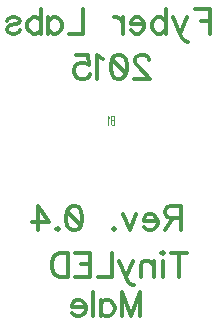
<source format=gbo>
G04 DipTrace 2.4.0.2*
%INmale.gbo*%
%MOMM*%
%ADD57C,0.118*%
%ADD58C,0.314*%
%FSLAX53Y53*%
G04*
G71*
G90*
G75*
G01*
%LNBotSilk*%
%LPD*%
X26907Y30149D2*
D57*
Y29384D1*
X26710D1*
X26644Y29421D1*
X26622Y29457D1*
X26601Y29529D1*
Y29639D1*
X26622Y29712D1*
X26644Y29748D1*
X26710Y29785D1*
X26644Y29822D1*
X26622Y29858D1*
X26601Y29930D1*
Y30004D1*
X26622Y30076D1*
X26644Y30113D1*
X26710Y30149D1*
X26907D1*
Y29785D2*
X26710D1*
X26460Y30003D2*
X26416Y30040D1*
X26350Y30148D1*
Y29384D1*
X33747Y39163D2*
D58*
X35012D1*
Y37121D1*
Y38190D2*
X34234D1*
X33021Y38482D2*
X32439Y37121D1*
X32632Y36733D1*
X32828Y36537D1*
X33021Y36441D1*
X33120D1*
X31855Y38482D2*
X32439Y37121D1*
X31228Y39163D2*
Y37121D1*
Y38190D2*
X31032Y38386D1*
X30839Y38482D1*
X30547D1*
X30354Y38386D1*
X30158Y38190D1*
X30062Y37898D1*
Y37705D1*
X30158Y37413D1*
X30354Y37220D1*
X30547Y37121D1*
X30839D1*
X31032Y37220D1*
X31228Y37413D1*
X29434Y37898D2*
X28269D1*
Y38094D1*
X28365Y38289D1*
X28462Y38386D1*
X28657Y38482D1*
X28949D1*
X29142Y38386D1*
X29338Y38190D1*
X29434Y37898D1*
Y37705D1*
X29338Y37413D1*
X29142Y37220D1*
X28949Y37121D1*
X28657D1*
X28462Y37220D1*
X28269Y37413D1*
X27641Y38482D2*
Y37121D1*
Y37898D2*
X27542Y38190D1*
X27349Y38386D1*
X27154Y38482D1*
X26862D1*
X24259Y39163D2*
Y37121D1*
X23093D1*
X21300Y38482D2*
Y37121D1*
Y38190D2*
X21493Y38386D1*
X21689Y38482D1*
X21978D1*
X22174Y38386D1*
X22367Y38190D1*
X22466Y37898D1*
Y37705D1*
X22367Y37413D1*
X22174Y37220D1*
X21978Y37121D1*
X21689D1*
X21493Y37220D1*
X21300Y37413D1*
X20673Y39163D2*
Y37121D1*
Y38190D2*
X20477Y38386D1*
X20284Y38482D1*
X19992D1*
X19799Y38386D1*
X19604Y38190D1*
X19507Y37898D1*
Y37705D1*
X19604Y37413D1*
X19799Y37220D1*
X19992Y37121D1*
X20284D1*
X20477Y37220D1*
X20673Y37413D1*
X17810Y38190D2*
X17907Y38386D1*
X18199Y38482D1*
X18491D1*
X18783Y38386D1*
X18880Y38190D1*
X18783Y37997D1*
X18588Y37898D1*
X18102Y37802D1*
X17907Y37705D1*
X17810Y37510D1*
Y37413D1*
X17907Y37220D1*
X18199Y37121D1*
X18491D1*
X18783Y37220D1*
X18880Y37413D1*
X32381Y18549D2*
Y16507D1*
X33061Y18549D2*
X31700D1*
X31073D2*
X30976Y18452D1*
X30877Y18549D1*
X30976Y18648D1*
X31073Y18549D1*
X30976Y17868D2*
Y16507D1*
X30250Y17868D2*
Y16507D1*
Y17480D2*
X29958Y17772D1*
X29762Y17868D1*
X29473D1*
X29277Y17772D1*
X29181Y17480D1*
Y16507D1*
X28454Y17868D2*
X27873Y16507D1*
X28066Y16118D1*
X28261Y15923D1*
X28454Y15826D1*
X28553D1*
X27289Y17868D2*
X27873Y16507D1*
X26661Y18549D2*
Y16507D1*
X25495D1*
X23606Y18549D2*
X24868D1*
Y16507D1*
X23606D1*
X24868Y17576D2*
X24091D1*
X22978Y18549D2*
Y16507D1*
X22297D1*
X22005Y16606D1*
X21810Y16799D1*
X21713Y16994D1*
X21617Y17284D1*
Y17772D1*
X21713Y18064D1*
X21810Y18257D1*
X22005Y18452D1*
X22297Y18549D1*
X22978D1*
X32547Y21520D2*
X31674D1*
X31382Y21619D1*
X31283Y21715D1*
X31186Y21909D1*
Y22104D1*
X31283Y22297D1*
X31382Y22396D1*
X31674Y22493D1*
X32547D1*
Y20451D1*
X31867Y21520D2*
X31186Y20451D1*
X30559Y21228D2*
X29393D1*
Y21423D1*
X29490Y21619D1*
X29586Y21715D1*
X29782Y21812D1*
X30074D1*
X30267Y21715D1*
X30462Y21520D1*
X30559Y21228D1*
Y21035D1*
X30462Y20743D1*
X30267Y20550D1*
X30074Y20451D1*
X29782D1*
X29586Y20550D1*
X29393Y20743D1*
X28766Y21812D2*
X28182Y20451D1*
X27600Y21812D1*
X26876Y20646D2*
X26972Y20547D1*
X26876Y20451D1*
X26777Y20547D1*
X26876Y20646D1*
X23590Y22490D2*
X23882Y22394D1*
X24078Y22102D1*
X24174Y21617D1*
Y21325D1*
X24078Y20839D1*
X23882Y20547D1*
X23590Y20451D1*
X23397D1*
X23105Y20547D1*
X22912Y20839D1*
X22813Y21325D1*
Y21617D1*
X22912Y22102D1*
X23105Y22394D1*
X23397Y22490D1*
X23590D1*
X22912Y22102D2*
X24078Y20839D1*
X22089Y20646D2*
X22186Y20547D1*
X22089Y20451D1*
X21990Y20547D1*
X22089Y20646D1*
X20390Y20451D2*
Y22490D1*
X21363Y21131D1*
X19905D1*
X29830Y34838D2*
Y34935D1*
X29733Y35130D1*
X29637Y35227D1*
X29441Y35323D1*
X29053D1*
X28860Y35227D1*
X28763Y35130D1*
X28664Y34935D1*
Y34741D1*
X28763Y34546D1*
X28956Y34256D1*
X29929Y33284D1*
X28568D1*
X27356Y35323D2*
X27648Y35227D1*
X27844Y34935D1*
X27940Y34449D1*
Y34157D1*
X27844Y33672D1*
X27648Y33380D1*
X27356Y33284D1*
X27163D1*
X26871Y33380D1*
X26678Y33672D1*
X26579Y34157D1*
Y34449D1*
X26678Y34935D1*
X26871Y35227D1*
X27163Y35323D1*
X27356D1*
X26678Y34935D2*
X27844Y33672D1*
X25951Y34935D2*
X25756Y35033D1*
X25464Y35323D1*
Y33284D1*
X23671Y35323D2*
X24641D1*
X24738Y34449D1*
X24641Y34546D1*
X24349Y34645D1*
X24059D1*
X23767Y34546D1*
X23572Y34353D1*
X23475Y34061D1*
Y33868D1*
X23572Y33576D1*
X23767Y33380D1*
X24059Y33284D1*
X24349D1*
X24641Y33380D1*
X24738Y33479D1*
X24837Y33672D1*
X27536Y13174D2*
Y15215D1*
X28313Y13174D1*
X29090Y15215D1*
Y13174D1*
X25743Y14535D2*
Y13174D1*
Y14243D2*
X25936Y14438D1*
X26131Y14535D1*
X26421D1*
X26617Y14438D1*
X26810Y14243D1*
X26909Y13951D1*
Y13758D1*
X26810Y13466D1*
X26617Y13272D1*
X26421Y13174D1*
X26131D1*
X25936Y13272D1*
X25743Y13466D1*
X25115Y15215D2*
Y13174D1*
X24488Y13951D2*
X23322D1*
Y14146D1*
X23419Y14342D1*
X23515Y14438D1*
X23711Y14535D1*
X24003D1*
X24196Y14438D1*
X24391Y14243D1*
X24488Y13951D1*
Y13758D1*
X24391Y13466D1*
X24196Y13272D1*
X24003Y13174D1*
X23711D1*
X23515Y13272D1*
X23322Y13466D1*
M02*

</source>
